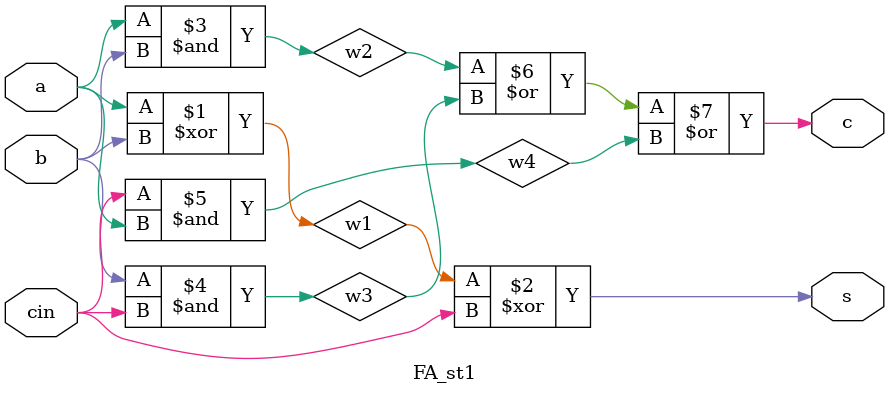
<source format=v>
`timescale 1ns / 1ps
module FA_st1(s,c,a,b,cin);
	input a,b,cin;
	output s,c;
	wire w1,w2,w3,w4;
	xor xor1(w1,a,b);
	xor xor2(s,w1,cin);
	and and1(w2,a,b);
	and and1(w3,b,cin);
	and and1(w4,cin,a);
	or or1(c,w2,w3,w4);
endmodule

</source>
